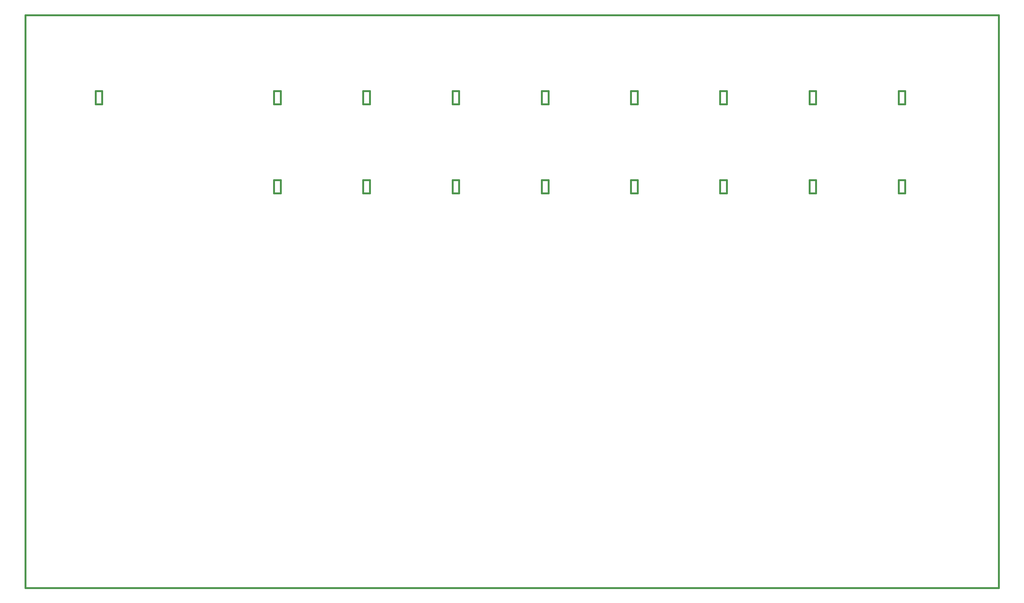
<source format=gko>
%FSLAX33Y33*%
%MOMM*%
%ADD10C,0.381*%
D10*
%LNpath-145*%
G01*
X0Y0D02*
X218200Y0D01*
X218200Y128500*
X0Y128500*
X0Y0*
X135744Y88500D02*
X137244Y88500D01*
X137244Y91500*
X135744Y91500*
X135744Y88500*
X55744Y108500D02*
X57244Y108500D01*
X57244Y111500*
X55744Y111500*
X55744Y108500*
X95744Y88500D02*
X97244Y88500D01*
X97244Y91500*
X95744Y91500*
X95744Y88500*
X75744Y108500D02*
X77244Y108500D01*
X77244Y111500*
X75744Y111500*
X75744Y108500*
X155744Y108500D02*
X157244Y108500D01*
X157244Y111500*
X155744Y111500*
X155744Y108500*
X175744Y88500D02*
X177244Y88500D01*
X177244Y91500*
X175744Y91500*
X175744Y88500*
X195744Y108500D02*
X197244Y108500D01*
X197244Y111500*
X195744Y111500*
X195744Y108500*
X75744Y88500D02*
X77244Y88500D01*
X77244Y91500*
X75744Y91500*
X75744Y88500*
X115744Y88500D02*
X117244Y88500D01*
X117244Y91500*
X115744Y91500*
X115744Y88500*
X175744Y108500D02*
X177244Y108500D01*
X177244Y111500*
X175744Y111500*
X175744Y108500*
X95744Y108500D02*
X97244Y108500D01*
X97244Y111500*
X95744Y111500*
X95744Y108500*
X115744Y108500D02*
X117244Y108500D01*
X117244Y111500*
X115744Y111500*
X115744Y108500*
X195744Y88500D02*
X197244Y88500D01*
X197244Y91500*
X195744Y91500*
X195744Y88500*
X155744Y88500D02*
X157244Y88500D01*
X157244Y91500*
X155744Y91500*
X155744Y88500*
X15744Y108500D02*
X17244Y108500D01*
X17244Y111500*
X15744Y111500*
X15744Y108500*
X55744Y88500D02*
X57244Y88500D01*
X57244Y91500*
X55744Y91500*
X55744Y88500*
X135744Y108500D02*
X137244Y108500D01*
X137244Y111500*
X135744Y111500*
X135744Y108500*
%LNmechanical details_traces*%
M02*
</source>
